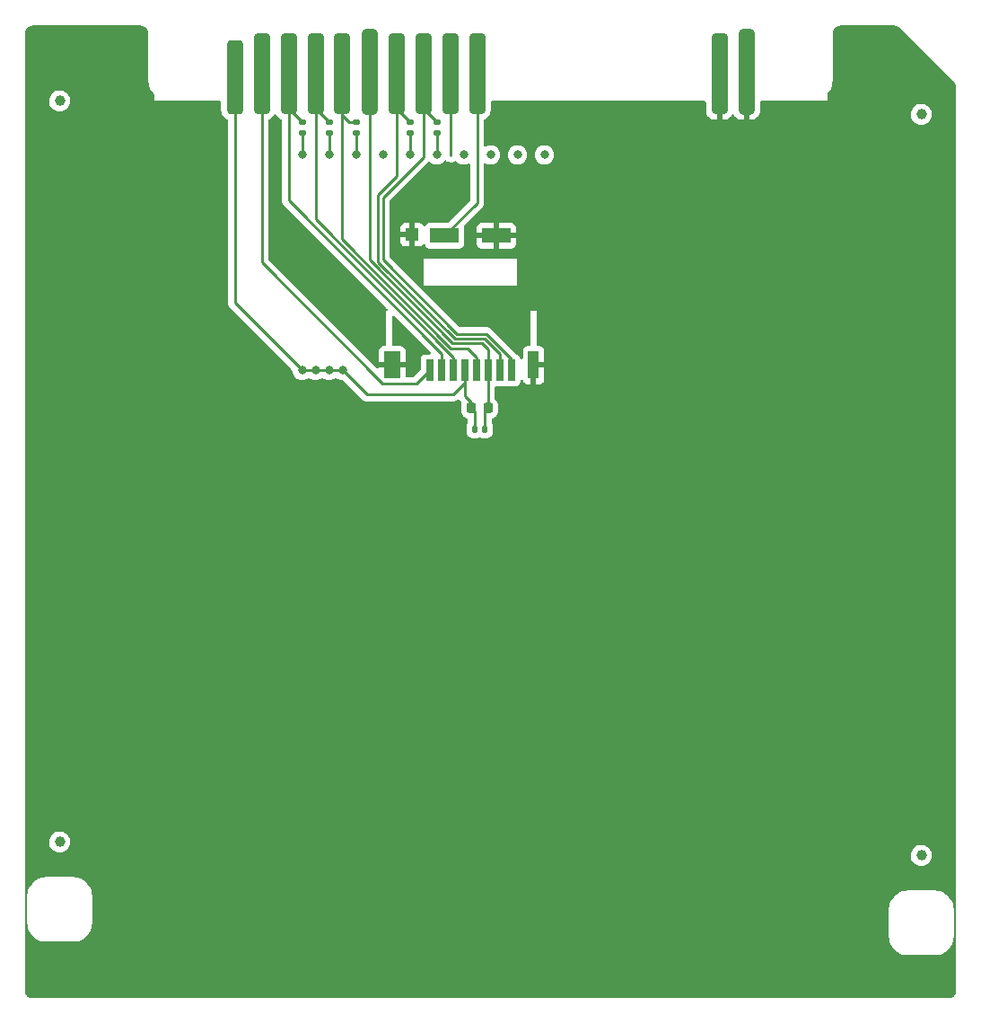
<source format=gbl>
%TF.GenerationSoftware,KiCad,Pcbnew,(6.0.5)*%
%TF.CreationDate,2022-10-23T19:39:55-05:00*%
%TF.ProjectId,floppy-console,666c6f70-7079-42d6-936f-6e736f6c652e,rev?*%
%TF.SameCoordinates,Original*%
%TF.FileFunction,Copper,L2,Bot*%
%TF.FilePolarity,Positive*%
%FSLAX46Y46*%
G04 Gerber Fmt 4.6, Leading zero omitted, Abs format (unit mm)*
G04 Created by KiCad (PCBNEW (6.0.5)) date 2022-10-23 19:39:55*
%MOMM*%
%LPD*%
G01*
G04 APERTURE LIST*
G04 Aperture macros list*
%AMRoundRect*
0 Rectangle with rounded corners*
0 $1 Rounding radius*
0 $2 $3 $4 $5 $6 $7 $8 $9 X,Y pos of 4 corners*
0 Add a 4 corners polygon primitive as box body*
4,1,4,$2,$3,$4,$5,$6,$7,$8,$9,$2,$3,0*
0 Add four circle primitives for the rounded corners*
1,1,$1+$1,$2,$3*
1,1,$1+$1,$4,$5*
1,1,$1+$1,$6,$7*
1,1,$1+$1,$8,$9*
0 Add four rect primitives between the rounded corners*
20,1,$1+$1,$2,$3,$4,$5,0*
20,1,$1+$1,$4,$5,$6,$7,0*
20,1,$1+$1,$6,$7,$8,$9,0*
20,1,$1+$1,$8,$9,$2,$3,0*%
G04 Aperture macros list end*
%TA.AperFunction,SMDPad,CuDef*%
%ADD10R,0.700000X2.000000*%
%TD*%
%TA.AperFunction,SMDPad,CuDef*%
%ADD11R,2.700000X1.400000*%
%TD*%
%TA.AperFunction,SMDPad,CuDef*%
%ADD12R,1.000000X2.600000*%
%TD*%
%TA.AperFunction,SMDPad,CuDef*%
%ADD13R,1.500000X2.600000*%
%TD*%
%TA.AperFunction,SMDPad,CuDef*%
%ADD14R,1.200000X1.200000*%
%TD*%
%TA.AperFunction,SMDPad,CuDef*%
%ADD15C,1.000000*%
%TD*%
%TA.AperFunction,ConnectorPad*%
%ADD16RoundRect,0.381000X-0.381000X-3.111500X0.381000X-3.111500X0.381000X3.111500X-0.381000X3.111500X0*%
%TD*%
%TA.AperFunction,ConnectorPad*%
%ADD17RoundRect,0.381000X-0.381000X-3.429000X0.381000X-3.429000X0.381000X3.429000X-0.381000X3.429000X0*%
%TD*%
%TA.AperFunction,ConnectorPad*%
%ADD18RoundRect,0.385000X-0.385000X-3.640000X0.385000X-3.640000X0.385000X3.640000X-0.385000X3.640000X0*%
%TD*%
%TA.AperFunction,SMDPad,CuDef*%
%ADD19RoundRect,0.225000X0.225000X0.250000X-0.225000X0.250000X-0.225000X-0.250000X0.225000X-0.250000X0*%
%TD*%
%TA.AperFunction,SMDPad,CuDef*%
%ADD20RoundRect,0.135000X0.185000X-0.135000X0.185000X0.135000X-0.185000X0.135000X-0.185000X-0.135000X0*%
%TD*%
%TA.AperFunction,SMDPad,CuDef*%
%ADD21RoundRect,0.140000X0.140000X0.170000X-0.140000X0.170000X-0.140000X-0.170000X0.140000X-0.170000X0*%
%TD*%
%TA.AperFunction,ViaPad*%
%ADD22C,0.800000*%
%TD*%
%TA.AperFunction,Conductor*%
%ADD23C,0.250000*%
%TD*%
G04 APERTURE END LIST*
D10*
%TO.P,J1,1,DAT2*%
%TO.N,Net-(R2-Pad2)*%
X137770000Y-83820000D03*
%TO.P,J1,2,CD/DAT3*%
%TO.N,Net-(R3-Pad2)*%
X138870000Y-83820000D03*
%TO.P,J1,3,CMD*%
%TO.N,Net-(R4-Pad2)*%
X139970000Y-83820000D03*
%TO.P,J1,4,VDD*%
%TO.N,+3V3*%
X141070000Y-83820000D03*
%TO.P,J1,5,CLK*%
%TO.N,Net-(R5-Pad2)*%
X142170000Y-83820000D03*
%TO.P,J1,6,VSS*%
%TO.N,Net-(C1-Pad1)*%
X143270000Y-83820000D03*
%TO.P,J1,7,DAT0*%
%TO.N,Net-(R6-Pad2)*%
X144370000Y-83820000D03*
%TO.P,J1,8,DAT1*%
%TO.N,Net-(R7-Pad2)*%
X145470000Y-83820000D03*
D11*
%TO.P,J1,9,CD_SW*%
%TO.N,Net-(J1-Pad9)*%
X139170000Y-71120000D03*
D12*
%TO.P,J1,S1,GND*%
%TO.N,GND*%
X147570000Y-83320000D03*
D13*
%TO.P,J1,S2,GND*%
X134220000Y-83320000D03*
D11*
%TO.P,J1,S3,GND*%
X144070000Y-71120000D03*
D14*
%TO.P,J1,S5,GND*%
X136120000Y-71020000D03*
%TD*%
D15*
%TO.P,REF\u002A\u002A,*%
%TO.N,*%
X184150000Y-59690000D03*
%TD*%
%TO.P,,*%
%TO.N,*%
X102870000Y-128270000D03*
%TD*%
D16*
%TO.P,U1,1,VDD*%
%TO.N,+3V3*%
X119380000Y-56197500D03*
D17*
%TO.P,U1,2,DAT2*%
%TO.N,Net-(R2-Pad2)*%
X121920000Y-55880000D03*
%TO.P,U1,3,DAT3/CD*%
%TO.N,Net-(R3-Pad2)*%
X124460000Y-55880000D03*
%TO.P,U1,4,CMD*%
%TO.N,Net-(R4-Pad2)*%
X127000000Y-55880000D03*
%TO.P,U1,5,CLK*%
%TO.N,Net-(R5-Pad2)*%
X129476500Y-55880000D03*
D18*
%TO.P,U1,6,VSS*%
%TO.N,Net-(C1-Pad1)*%
X132080000Y-55676800D03*
D17*
%TO.P,U1,7,DAT0*%
%TO.N,Net-(R6-Pad2)*%
X134620000Y-55880000D03*
%TO.P,U1,8,DAT1*%
%TO.N,Net-(R7-Pad2)*%
X137160000Y-55880000D03*
%TO.P,U1,9,DET_B*%
%TO.N,unconnected-(U1-Pad9)*%
X139774080Y-55880000D03*
%TO.P,U1,10,DET_A*%
%TO.N,Net-(J1-Pad9)*%
X142240000Y-55880000D03*
%TO.P,U1,19,FLOP_DET*%
%TO.N,GND*%
X165100000Y-55880000D03*
D18*
%TO.P,U1,20,GND*%
X167640000Y-55665000D03*
%TD*%
D15*
%TO.P,,*%
%TO.N,*%
X102870000Y-58420000D03*
%TD*%
%TO.P,,*%
%TO.N,*%
X184150000Y-129540000D03*
%TD*%
D19*
%TO.P,C1,2*%
%TO.N,+3V3*%
X141719000Y-87376000D03*
%TO.P,C1,1*%
%TO.N,Net-(C1-Pad1)*%
X143269000Y-87376000D03*
%TD*%
D20*
%TO.P,R4,1*%
%TO.N,+3V3*%
X128270000Y-61470000D03*
%TO.P,R4,2*%
%TO.N,Net-(R4-Pad2)*%
X128270000Y-60450000D03*
%TD*%
%TO.P,R7,1*%
%TO.N,+3V3*%
X138430000Y-61470000D03*
%TO.P,R7,2*%
%TO.N,Net-(R7-Pad2)*%
X138430000Y-60450000D03*
%TD*%
D21*
%TO.P,C2,1*%
%TO.N,Net-(C1-Pad1)*%
X142974000Y-89376000D03*
%TO.P,C2,2*%
%TO.N,+3V3*%
X142014000Y-89376000D03*
%TD*%
D20*
%TO.P,R3,1*%
%TO.N,+3V3*%
X125730000Y-61470000D03*
%TO.P,R3,2*%
%TO.N,Net-(R3-Pad2)*%
X125730000Y-60450000D03*
%TD*%
%TO.P,R6,1*%
%TO.N,+3V3*%
X135890000Y-61470000D03*
%TO.P,R6,2*%
%TO.N,Net-(R6-Pad2)*%
X135890000Y-60450000D03*
%TD*%
%TO.P,R5,1*%
%TO.N,+3V3*%
X130810000Y-61470000D03*
%TO.P,R5,2*%
%TO.N,Net-(R5-Pad2)*%
X130810000Y-60450000D03*
%TD*%
D22*
%TO.N,+3V3*%
X135890000Y-63500000D03*
X128270000Y-63500000D03*
X140970000Y-63500000D03*
X138430000Y-63500000D03*
X133350000Y-63500000D03*
X130810000Y-63500000D03*
X143510000Y-63500000D03*
X148590000Y-63500000D03*
X125730000Y-63500000D03*
X128270000Y-83820000D03*
X125730000Y-83820000D03*
X127000000Y-83820000D03*
X129540000Y-83820000D03*
X146050000Y-63500000D03*
%TD*%
D23*
%TO.N,Net-(J1-Pad9)*%
X142240000Y-68050000D02*
X142240000Y-55880000D01*
X139170000Y-71120000D02*
X142240000Y-68050000D01*
%TO.N,Net-(R7-Pad2)*%
X137160000Y-63754000D02*
X137160000Y-61976000D01*
X133356097Y-67557903D02*
X137160000Y-63754000D01*
X133356097Y-73409225D02*
X133356097Y-67557903D01*
X140322453Y-80375581D02*
X133356097Y-73409225D01*
X143115015Y-80375581D02*
X140322453Y-80375581D01*
X145470000Y-82730564D02*
X143115015Y-80375581D01*
X145470000Y-83820000D02*
X145470000Y-82730564D01*
X137160000Y-55880000D02*
X137160000Y-61976000D01*
%TO.N,Net-(R6-Pad2)*%
X134620000Y-65532000D02*
X134620000Y-55880000D01*
X132906577Y-67245423D02*
X134620000Y-65532000D01*
X132906577Y-73595423D02*
X132906577Y-67245423D01*
X140136255Y-80825101D02*
X132906577Y-73595423D01*
X142928818Y-80825101D02*
X140136255Y-80825101D01*
X144370000Y-82266282D02*
X142928818Y-80825101D01*
X144370000Y-83820000D02*
X144370000Y-82266282D01*
%TO.N,Net-(C1-Pad1)*%
X139950057Y-81274621D02*
X132080000Y-73404564D01*
X142742621Y-81274621D02*
X139950057Y-81274621D01*
X143270000Y-81802000D02*
X142742621Y-81274621D01*
X132080000Y-73404564D02*
X132080000Y-55676800D01*
X143270000Y-83820000D02*
X143270000Y-81802000D01*
%TO.N,+3V3*%
X141070000Y-86206000D02*
X141070000Y-83820000D01*
X141719000Y-86855000D02*
X141070000Y-86206000D01*
X141719000Y-87376000D02*
X141719000Y-86855000D01*
%TO.N,Net-(C1-Pad1)*%
X143270000Y-87375000D02*
X143269000Y-87376000D01*
X143270000Y-83820000D02*
X143270000Y-87375000D01*
%TO.N,Net-(R5-Pad2)*%
X129476500Y-71436782D02*
X129476500Y-55880000D01*
X141324141Y-81724141D02*
X139763859Y-81724141D01*
X142170000Y-83820000D02*
X142170000Y-82570000D01*
X142170000Y-82570000D02*
X141324141Y-81724141D01*
X139763859Y-81724141D02*
X129476500Y-71436782D01*
%TO.N,Net-(R4-Pad2)*%
X127000000Y-69596000D02*
X127000000Y-55880000D01*
X139970000Y-82566000D02*
X127000000Y-69596000D01*
X139970000Y-83820000D02*
X139970000Y-82566000D01*
%TO.N,Net-(R3-Pad2)*%
X124460000Y-67818000D02*
X124460000Y-55880000D01*
X138870000Y-82228000D02*
X124460000Y-67818000D01*
X138870000Y-83820000D02*
X138870000Y-82228000D01*
%TO.N,+3V3*%
X131826000Y-86106000D02*
X129540000Y-83820000D01*
X139954000Y-86106000D02*
X131826000Y-86106000D01*
X141070000Y-84990000D02*
X139954000Y-86106000D01*
X141070000Y-83820000D02*
X141070000Y-84990000D01*
%TO.N,Net-(R2-Pad2)*%
X133330000Y-85070000D02*
X121920000Y-73660000D01*
X136520000Y-85070000D02*
X133330000Y-85070000D01*
X137770000Y-83820000D02*
X136520000Y-85070000D01*
X121920000Y-73660000D02*
X121920000Y-55880000D01*
%TO.N,Net-(R5-Pad2)*%
X130810000Y-60450000D02*
X130173000Y-60450000D01*
X130173000Y-60450000D02*
X129476500Y-59753500D01*
X129476500Y-55880000D02*
X129476500Y-59753500D01*
%TO.N,Net-(R6-Pad2)*%
X135890000Y-60450000D02*
X134620000Y-59180000D01*
X134620000Y-59180000D02*
X134620000Y-55880000D01*
%TO.N,Net-(R7-Pad2)*%
X137160000Y-59180000D02*
X137160000Y-55880000D01*
X138430000Y-60450000D02*
X137160000Y-59180000D01*
%TO.N,unconnected-(U1-Pad9)*%
X139774080Y-59254080D02*
X139774080Y-55880000D01*
X139774080Y-55880000D02*
X139774080Y-63574080D01*
%TO.N,Net-(C1-Pad1)*%
X142974000Y-89376000D02*
X142974000Y-87671000D01*
X142974000Y-87671000D02*
X143269000Y-87376000D01*
%TO.N,Net-(R3-Pad2)*%
X124460000Y-59180000D02*
X124460000Y-55880000D01*
X125730000Y-60450000D02*
X124460000Y-59180000D01*
%TO.N,Net-(R4-Pad2)*%
X128270000Y-60450000D02*
X127000000Y-59180000D01*
X127000000Y-59180000D02*
X127000000Y-55880000D01*
%TO.N,+3V3*%
X129540000Y-83820000D02*
X128270000Y-83820000D01*
X125730000Y-61470000D02*
X125730000Y-63500000D01*
X142014000Y-89376000D02*
X142014000Y-87671000D01*
X130810000Y-61470000D02*
X130810000Y-63500000D01*
X138430000Y-61470000D02*
X138430000Y-63500000D01*
X128270000Y-83820000D02*
X127000000Y-83820000D01*
X142014000Y-87671000D02*
X141719000Y-87376000D01*
X135890000Y-61470000D02*
X135890000Y-63500000D01*
X119380000Y-71120000D02*
X119380000Y-58545020D01*
X119380000Y-71120000D02*
X119380000Y-77470000D01*
X128270000Y-61470000D02*
X128270000Y-63500000D01*
X125730000Y-83820000D02*
X119380000Y-77470000D01*
X125730000Y-83820000D02*
X127000000Y-83820000D01*
%TD*%
%TA.AperFunction,Conductor*%
%TO.N,GND*%
G36*
X110460018Y-51310000D02*
G01*
X110474852Y-51312310D01*
X110474855Y-51312310D01*
X110483724Y-51313691D01*
X110493659Y-51312392D01*
X110494746Y-51312250D01*
X110523431Y-51311793D01*
X110596741Y-51319013D01*
X110626212Y-51321916D01*
X110650432Y-51326733D01*
X110769546Y-51362866D01*
X110792355Y-51372315D01*
X110902124Y-51430987D01*
X110922655Y-51444705D01*
X111018876Y-51523671D01*
X111036329Y-51541124D01*
X111115295Y-51637345D01*
X111129013Y-51657876D01*
X111187685Y-51767645D01*
X111197134Y-51790454D01*
X111233267Y-51909568D01*
X111238084Y-51933789D01*
X111247541Y-52029809D01*
X111247091Y-52045868D01*
X111247800Y-52045877D01*
X111247690Y-52054853D01*
X111246309Y-52063724D01*
X111247473Y-52072626D01*
X111247473Y-52072628D01*
X111250436Y-52095283D01*
X111251500Y-52111621D01*
X111251500Y-56480633D01*
X111250000Y-56500018D01*
X111247690Y-56514851D01*
X111247690Y-56514855D01*
X111246309Y-56523724D01*
X111247130Y-56530000D01*
X111246957Y-56530000D01*
X111265106Y-56783753D01*
X111266062Y-56788147D01*
X111312461Y-57001439D01*
X111319183Y-57032341D01*
X111320755Y-57036556D01*
X111320756Y-57036559D01*
X111367749Y-57162552D01*
X111408087Y-57270703D01*
X111410244Y-57274653D01*
X111497906Y-57435193D01*
X111530009Y-57493986D01*
X111532706Y-57497589D01*
X111532710Y-57497595D01*
X111597096Y-57583604D01*
X111682466Y-57697645D01*
X111723095Y-57738274D01*
X111757121Y-57800586D01*
X111760000Y-57827369D01*
X111760000Y-58420000D01*
X117983500Y-58420000D01*
X118051621Y-58440002D01*
X118098114Y-58493658D01*
X118109500Y-58546000D01*
X118109500Y-59371258D01*
X118109693Y-59373706D01*
X118109693Y-59373714D01*
X118112592Y-59410541D01*
X118115612Y-59448915D01*
X118117105Y-59454488D01*
X118117106Y-59454492D01*
X118129531Y-59500862D01*
X118164006Y-59629524D01*
X118248893Y-59796125D01*
X118253046Y-59801254D01*
X118253047Y-59801255D01*
X118261138Y-59811246D01*
X118366564Y-59941436D01*
X118371690Y-59945587D01*
X118505449Y-60053903D01*
X118511875Y-60059107D01*
X118517752Y-60062102D01*
X118517759Y-60062106D01*
X118677702Y-60143600D01*
X118729318Y-60192348D01*
X118746500Y-60255867D01*
X118746500Y-77391233D01*
X118745973Y-77402416D01*
X118744298Y-77409909D01*
X118744547Y-77417835D01*
X118744547Y-77417836D01*
X118746438Y-77477986D01*
X118746500Y-77481945D01*
X118746500Y-77509856D01*
X118746997Y-77513790D01*
X118746997Y-77513791D01*
X118747005Y-77513856D01*
X118747938Y-77525693D01*
X118749327Y-77569889D01*
X118754978Y-77589339D01*
X118758987Y-77608700D01*
X118761526Y-77628797D01*
X118764445Y-77636168D01*
X118764445Y-77636170D01*
X118777804Y-77669912D01*
X118781649Y-77681142D01*
X118793982Y-77723593D01*
X118798015Y-77730412D01*
X118798017Y-77730417D01*
X118804293Y-77741028D01*
X118812988Y-77758776D01*
X118820448Y-77777617D01*
X118825110Y-77784033D01*
X118825110Y-77784034D01*
X118846436Y-77813387D01*
X118852952Y-77823307D01*
X118875458Y-77861362D01*
X118889779Y-77875683D01*
X118902619Y-77890716D01*
X118914528Y-77907107D01*
X118920634Y-77912158D01*
X118948605Y-77935298D01*
X118957384Y-77943288D01*
X124782878Y-83768783D01*
X124816904Y-83831095D01*
X124819093Y-83844706D01*
X124836458Y-84009928D01*
X124895473Y-84191556D01*
X124990960Y-84356944D01*
X124995378Y-84361851D01*
X124995379Y-84361852D01*
X125060000Y-84433621D01*
X125118747Y-84498866D01*
X125273248Y-84611118D01*
X125279276Y-84613802D01*
X125279278Y-84613803D01*
X125405012Y-84669783D01*
X125447712Y-84688794D01*
X125541113Y-84708647D01*
X125628056Y-84727128D01*
X125628061Y-84727128D01*
X125634513Y-84728500D01*
X125825487Y-84728500D01*
X125831939Y-84727128D01*
X125831944Y-84727128D01*
X125918887Y-84708647D01*
X126012288Y-84688794D01*
X126054988Y-84669783D01*
X126180722Y-84613803D01*
X126180724Y-84613802D01*
X126186752Y-84611118D01*
X126290940Y-84535421D01*
X126357806Y-84511563D01*
X126426958Y-84527643D01*
X126439056Y-84535418D01*
X126543248Y-84611118D01*
X126549276Y-84613802D01*
X126549278Y-84613803D01*
X126675012Y-84669783D01*
X126717712Y-84688794D01*
X126811113Y-84708647D01*
X126898056Y-84727128D01*
X126898061Y-84727128D01*
X126904513Y-84728500D01*
X127095487Y-84728500D01*
X127101939Y-84727128D01*
X127101944Y-84727128D01*
X127188887Y-84708647D01*
X127282288Y-84688794D01*
X127324988Y-84669783D01*
X127450722Y-84613803D01*
X127450724Y-84613802D01*
X127456752Y-84611118D01*
X127560940Y-84535421D01*
X127627806Y-84511563D01*
X127696958Y-84527643D01*
X127709056Y-84535418D01*
X127813248Y-84611118D01*
X127819276Y-84613802D01*
X127819278Y-84613803D01*
X127945012Y-84669783D01*
X127987712Y-84688794D01*
X128081113Y-84708647D01*
X128168056Y-84727128D01*
X128168061Y-84727128D01*
X128174513Y-84728500D01*
X128365487Y-84728500D01*
X128371939Y-84727128D01*
X128371944Y-84727128D01*
X128458887Y-84708647D01*
X128552288Y-84688794D01*
X128594988Y-84669783D01*
X128720722Y-84613803D01*
X128720724Y-84613802D01*
X128726752Y-84611118D01*
X128830940Y-84535421D01*
X128897806Y-84511563D01*
X128966958Y-84527643D01*
X128979056Y-84535418D01*
X129083248Y-84611118D01*
X129089276Y-84613802D01*
X129089278Y-84613803D01*
X129215012Y-84669783D01*
X129257712Y-84688794D01*
X129351113Y-84708647D01*
X129438056Y-84727128D01*
X129438061Y-84727128D01*
X129444513Y-84728500D01*
X129500406Y-84728500D01*
X129568527Y-84748502D01*
X129589501Y-84765405D01*
X131322343Y-86498247D01*
X131329887Y-86506537D01*
X131334000Y-86513018D01*
X131339777Y-86518443D01*
X131383667Y-86559658D01*
X131386509Y-86562413D01*
X131406230Y-86582134D01*
X131409425Y-86584612D01*
X131418447Y-86592318D01*
X131450679Y-86622586D01*
X131461858Y-86628732D01*
X131468432Y-86632346D01*
X131484956Y-86643199D01*
X131500959Y-86655613D01*
X131541543Y-86673176D01*
X131552173Y-86678383D01*
X131590940Y-86699695D01*
X131598617Y-86701666D01*
X131598622Y-86701668D01*
X131610558Y-86704732D01*
X131629266Y-86711137D01*
X131647855Y-86719181D01*
X131655683Y-86720421D01*
X131655690Y-86720423D01*
X131691524Y-86726099D01*
X131703144Y-86728505D01*
X131734959Y-86736673D01*
X131745970Y-86739500D01*
X131766224Y-86739500D01*
X131785934Y-86741051D01*
X131805943Y-86744220D01*
X131813835Y-86743474D01*
X131832580Y-86741702D01*
X131849962Y-86740059D01*
X131861819Y-86739500D01*
X139875233Y-86739500D01*
X139886416Y-86740027D01*
X139893909Y-86741702D01*
X139901835Y-86741453D01*
X139901836Y-86741453D01*
X139961986Y-86739562D01*
X139965945Y-86739500D01*
X139993856Y-86739500D01*
X139997791Y-86739003D01*
X139997856Y-86738995D01*
X140009693Y-86738062D01*
X140041951Y-86737048D01*
X140045970Y-86736922D01*
X140053889Y-86736673D01*
X140073343Y-86731021D01*
X140092700Y-86727013D01*
X140104930Y-86725468D01*
X140104931Y-86725468D01*
X140112797Y-86724474D01*
X140120168Y-86721555D01*
X140120170Y-86721555D01*
X140153912Y-86708196D01*
X140165142Y-86704351D01*
X140199983Y-86694229D01*
X140199984Y-86694229D01*
X140207593Y-86692018D01*
X140214412Y-86687985D01*
X140214417Y-86687983D01*
X140225028Y-86681707D01*
X140242776Y-86673012D01*
X140261617Y-86665552D01*
X140281987Y-86650753D01*
X140297387Y-86639564D01*
X140307307Y-86633048D01*
X140338535Y-86614580D01*
X140338538Y-86614578D01*
X140345362Y-86610542D01*
X140359683Y-86596221D01*
X140374717Y-86583380D01*
X140391107Y-86571472D01*
X140393044Y-86574138D01*
X140442903Y-86548921D01*
X140513524Y-86556217D01*
X140563653Y-86594310D01*
X140565458Y-86597362D01*
X140579779Y-86611683D01*
X140592619Y-86626716D01*
X140604528Y-86643107D01*
X140631659Y-86665552D01*
X140638605Y-86671298D01*
X140647384Y-86679288D01*
X140759089Y-86790993D01*
X140793115Y-86853305D01*
X140789587Y-86919755D01*
X140770851Y-86976243D01*
X140760500Y-87077268D01*
X140760500Y-87674732D01*
X140771113Y-87777019D01*
X140773295Y-87783559D01*
X140822537Y-87931153D01*
X140825244Y-87939268D01*
X140915248Y-88084713D01*
X141036298Y-88205552D01*
X141181899Y-88295302D01*
X141277281Y-88326939D01*
X141294168Y-88332540D01*
X141352527Y-88372971D01*
X141379764Y-88438535D01*
X141380500Y-88452133D01*
X141380500Y-88734217D01*
X141360498Y-88802338D01*
X141360384Y-88802499D01*
X141357512Y-88805371D01*
X141274106Y-88946403D01*
X141228394Y-89103746D01*
X141225500Y-89140516D01*
X141225500Y-89611484D01*
X141228394Y-89648254D01*
X141274106Y-89805597D01*
X141357512Y-89946629D01*
X141473371Y-90062488D01*
X141614403Y-90145894D01*
X141622014Y-90148105D01*
X141622016Y-90148106D01*
X141672995Y-90162916D01*
X141771746Y-90191606D01*
X141778151Y-90192110D01*
X141778156Y-90192111D01*
X141806060Y-90194307D01*
X141806068Y-90194307D01*
X141808516Y-90194500D01*
X142219484Y-90194500D01*
X142221932Y-90194307D01*
X142221940Y-90194307D01*
X142249844Y-90192111D01*
X142249849Y-90192110D01*
X142256254Y-90191606D01*
X142355005Y-90162916D01*
X142405984Y-90148106D01*
X142405986Y-90148105D01*
X142413597Y-90145894D01*
X142420422Y-90141858D01*
X142429863Y-90136275D01*
X142498680Y-90118817D01*
X142558137Y-90136275D01*
X142567578Y-90141858D01*
X142574403Y-90145894D01*
X142582014Y-90148105D01*
X142582016Y-90148106D01*
X142632995Y-90162916D01*
X142731746Y-90191606D01*
X142738151Y-90192110D01*
X142738156Y-90192111D01*
X142766060Y-90194307D01*
X142766068Y-90194307D01*
X142768516Y-90194500D01*
X143179484Y-90194500D01*
X143181932Y-90194307D01*
X143181940Y-90194307D01*
X143209844Y-90192111D01*
X143209849Y-90192110D01*
X143216254Y-90191606D01*
X143315005Y-90162916D01*
X143365984Y-90148106D01*
X143365986Y-90148105D01*
X143373597Y-90145894D01*
X143514629Y-90062488D01*
X143630488Y-89946629D01*
X143713894Y-89805597D01*
X143759606Y-89648254D01*
X143762500Y-89611484D01*
X143762500Y-89140516D01*
X143759606Y-89103746D01*
X143713894Y-88946403D01*
X143630488Y-88805371D01*
X143631356Y-88804857D01*
X143607994Y-88745365D01*
X143607500Y-88734217D01*
X143607500Y-88452194D01*
X143627502Y-88384073D01*
X143681158Y-88337580D01*
X143693608Y-88332676D01*
X143807268Y-88294756D01*
X143952713Y-88204752D01*
X144073552Y-88083702D01*
X144077393Y-88077471D01*
X144159462Y-87944331D01*
X144159463Y-87944329D01*
X144163302Y-87938101D01*
X144217149Y-87775757D01*
X144227500Y-87674732D01*
X144227500Y-87077268D01*
X144216887Y-86974981D01*
X144198462Y-86919755D01*
X144165073Y-86819676D01*
X144165072Y-86819674D01*
X144162756Y-86812732D01*
X144118399Y-86741051D01*
X144076606Y-86673515D01*
X144072752Y-86667287D01*
X144041484Y-86636073D01*
X143960323Y-86555054D01*
X143951702Y-86546448D01*
X143950112Y-86545468D01*
X143910345Y-86489379D01*
X143903500Y-86448414D01*
X143903500Y-85454500D01*
X143923502Y-85386379D01*
X143977158Y-85339886D01*
X144029500Y-85328500D01*
X144768134Y-85328500D01*
X144771531Y-85328131D01*
X144822466Y-85322598D01*
X144822468Y-85322598D01*
X144830316Y-85321745D01*
X144837709Y-85318973D01*
X144837711Y-85318973D01*
X144875771Y-85304705D01*
X144946578Y-85299522D01*
X144964229Y-85304705D01*
X145002289Y-85318973D01*
X145002291Y-85318973D01*
X145009684Y-85321745D01*
X145017532Y-85322598D01*
X145017534Y-85322598D01*
X145068469Y-85328131D01*
X145071866Y-85328500D01*
X145868134Y-85328500D01*
X145930316Y-85321745D01*
X146066705Y-85270615D01*
X146183261Y-85183261D01*
X146270615Y-85066705D01*
X146321745Y-84930316D01*
X146328500Y-84868134D01*
X146328500Y-84784397D01*
X146348502Y-84716276D01*
X146402158Y-84669783D01*
X146472432Y-84659679D01*
X146537012Y-84689173D01*
X146572482Y-84740167D01*
X146616676Y-84858054D01*
X146625214Y-84873649D01*
X146701715Y-84975724D01*
X146714276Y-84988285D01*
X146816351Y-85064786D01*
X146831946Y-85073324D01*
X146952394Y-85118478D01*
X146967649Y-85122105D01*
X147018514Y-85127631D01*
X147025328Y-85128000D01*
X147297885Y-85128000D01*
X147313124Y-85123525D01*
X147314329Y-85122135D01*
X147316000Y-85114452D01*
X147316000Y-85109884D01*
X147824000Y-85109884D01*
X147828475Y-85125123D01*
X147829865Y-85126328D01*
X147837548Y-85127999D01*
X148114669Y-85127999D01*
X148121490Y-85127629D01*
X148172352Y-85122105D01*
X148187604Y-85118479D01*
X148308054Y-85073324D01*
X148323649Y-85064786D01*
X148425724Y-84988285D01*
X148438285Y-84975724D01*
X148514786Y-84873649D01*
X148523324Y-84858054D01*
X148568478Y-84737606D01*
X148572105Y-84722351D01*
X148577631Y-84671486D01*
X148578000Y-84664672D01*
X148578000Y-83592115D01*
X148573525Y-83576876D01*
X148572135Y-83575671D01*
X148564452Y-83574000D01*
X147842115Y-83574000D01*
X147826876Y-83578475D01*
X147825671Y-83579865D01*
X147824000Y-83587548D01*
X147824000Y-85109884D01*
X147316000Y-85109884D01*
X147316000Y-83192000D01*
X147336002Y-83123879D01*
X147389658Y-83077386D01*
X147442000Y-83066000D01*
X148559884Y-83066000D01*
X148575123Y-83061525D01*
X148576328Y-83060135D01*
X148577999Y-83052452D01*
X148577999Y-81975331D01*
X148577629Y-81968510D01*
X148572105Y-81917648D01*
X148568479Y-81902396D01*
X148523324Y-81781946D01*
X148514786Y-81766351D01*
X148438285Y-81664276D01*
X148425724Y-81651715D01*
X148323649Y-81575214D01*
X148308054Y-81566676D01*
X148187606Y-81521522D01*
X148172351Y-81517895D01*
X148121486Y-81512369D01*
X148114672Y-81512000D01*
X148008390Y-81512000D01*
X147940269Y-81491998D01*
X147893776Y-81438342D01*
X147882390Y-81386000D01*
X147882390Y-78220000D01*
X147270000Y-78220000D01*
X147270000Y-81386001D01*
X147249998Y-81454122D01*
X147196342Y-81500615D01*
X147144000Y-81512001D01*
X147025331Y-81512001D01*
X147018510Y-81512371D01*
X146967648Y-81517895D01*
X146952396Y-81521521D01*
X146831946Y-81566676D01*
X146816351Y-81575214D01*
X146714276Y-81651715D01*
X146701715Y-81664276D01*
X146625214Y-81766351D01*
X146616676Y-81781946D01*
X146571522Y-81902394D01*
X146567895Y-81917649D01*
X146562369Y-81968514D01*
X146562000Y-81975328D01*
X146562000Y-82655513D01*
X146541998Y-82723634D01*
X146488342Y-82770127D01*
X146418068Y-82780231D01*
X146353488Y-82750737D01*
X146318018Y-82699742D01*
X146273768Y-82581705D01*
X146273767Y-82581703D01*
X146270615Y-82573295D01*
X146183261Y-82456739D01*
X146066705Y-82369385D01*
X146058296Y-82366233D01*
X146058295Y-82366232D01*
X145997615Y-82343484D01*
X145946609Y-82304662D01*
X145945558Y-82305649D01*
X145940131Y-82299870D01*
X145935472Y-82293457D01*
X145901399Y-82265269D01*
X145892633Y-82257292D01*
X143618665Y-79983327D01*
X143611127Y-79975043D01*
X143607015Y-79968563D01*
X143557347Y-79921922D01*
X143554506Y-79919168D01*
X143534784Y-79899446D01*
X143531660Y-79897023D01*
X143531656Y-79897019D01*
X143531591Y-79896969D01*
X143522570Y-79889264D01*
X143496115Y-79864422D01*
X143490336Y-79858995D01*
X143483388Y-79855176D01*
X143483386Y-79855174D01*
X143472583Y-79849235D01*
X143456056Y-79838379D01*
X143446317Y-79830824D01*
X143446315Y-79830823D01*
X143440055Y-79825967D01*
X143399475Y-79808407D01*
X143388827Y-79803190D01*
X143357024Y-79785706D01*
X143357022Y-79785705D01*
X143350075Y-79781886D01*
X143342399Y-79779915D01*
X143342396Y-79779914D01*
X143330453Y-79776848D01*
X143311749Y-79770444D01*
X143300435Y-79765548D01*
X143300434Y-79765548D01*
X143293160Y-79762400D01*
X143285337Y-79761161D01*
X143285327Y-79761158D01*
X143249491Y-79755482D01*
X143237871Y-79753076D01*
X143202726Y-79744053D01*
X143202725Y-79744053D01*
X143195045Y-79742081D01*
X143174791Y-79742081D01*
X143155080Y-79740530D01*
X143142901Y-79738601D01*
X143135072Y-79737361D01*
X143127180Y-79738107D01*
X143091054Y-79741522D01*
X143079196Y-79742081D01*
X140637047Y-79742081D01*
X140568926Y-79722079D01*
X140547952Y-79705176D01*
X136661827Y-75819050D01*
X137220000Y-75819050D01*
X146022920Y-75819050D01*
X146022920Y-73320000D01*
X137220000Y-73320000D01*
X137220000Y-75819050D01*
X136661827Y-75819050D01*
X134026502Y-73183725D01*
X133992476Y-73121413D01*
X133989597Y-73094630D01*
X133989597Y-71664669D01*
X135012001Y-71664669D01*
X135012371Y-71671490D01*
X135017895Y-71722352D01*
X135021521Y-71737604D01*
X135066676Y-71858054D01*
X135075214Y-71873649D01*
X135151715Y-71975724D01*
X135164276Y-71988285D01*
X135266351Y-72064786D01*
X135281946Y-72073324D01*
X135402394Y-72118478D01*
X135417649Y-72122105D01*
X135468514Y-72127631D01*
X135475328Y-72128000D01*
X135847885Y-72128000D01*
X135863124Y-72123525D01*
X135864329Y-72122135D01*
X135866000Y-72114452D01*
X135866000Y-71292115D01*
X135861525Y-71276876D01*
X135860135Y-71275671D01*
X135852452Y-71274000D01*
X135030116Y-71274000D01*
X135014877Y-71278475D01*
X135013672Y-71279865D01*
X135012001Y-71287548D01*
X135012001Y-71664669D01*
X133989597Y-71664669D01*
X133989597Y-70747885D01*
X135012000Y-70747885D01*
X135016475Y-70763124D01*
X135017865Y-70764329D01*
X135025548Y-70766000D01*
X135847885Y-70766000D01*
X135863124Y-70761525D01*
X135864329Y-70760135D01*
X135866000Y-70752452D01*
X135866000Y-69930116D01*
X135861525Y-69914877D01*
X135860135Y-69913672D01*
X135852452Y-69912001D01*
X135475331Y-69912001D01*
X135468510Y-69912371D01*
X135417648Y-69917895D01*
X135402396Y-69921521D01*
X135281946Y-69966676D01*
X135266351Y-69975214D01*
X135164276Y-70051715D01*
X135151715Y-70064276D01*
X135075214Y-70166351D01*
X135066676Y-70181946D01*
X135021522Y-70302394D01*
X135017895Y-70317649D01*
X135012369Y-70368514D01*
X135012000Y-70375328D01*
X135012000Y-70747885D01*
X133989597Y-70747885D01*
X133989597Y-67872497D01*
X134009599Y-67804376D01*
X134026502Y-67783402D01*
X137552247Y-64257657D01*
X137560537Y-64250113D01*
X137567018Y-64246000D01*
X137613659Y-64196332D01*
X137616413Y-64193491D01*
X137635924Y-64173980D01*
X137698236Y-64139954D01*
X137769051Y-64145019D01*
X137807791Y-64171349D01*
X137809420Y-64169540D01*
X137814332Y-64173963D01*
X137818747Y-64178866D01*
X137824228Y-64182848D01*
X137958034Y-64280064D01*
X137973248Y-64291118D01*
X137979276Y-64293802D01*
X137979278Y-64293803D01*
X138141681Y-64366109D01*
X138147712Y-64368794D01*
X138241113Y-64388647D01*
X138328056Y-64407128D01*
X138328061Y-64407128D01*
X138334513Y-64408500D01*
X138525487Y-64408500D01*
X138531939Y-64407128D01*
X138531944Y-64407128D01*
X138618887Y-64388647D01*
X138712288Y-64368794D01*
X138718319Y-64366109D01*
X138880722Y-64293803D01*
X138880724Y-64293802D01*
X138886752Y-64291118D01*
X138901967Y-64280064D01*
X139013739Y-64198856D01*
X139041253Y-64178866D01*
X139161062Y-64045804D01*
X139221507Y-64008566D01*
X139292491Y-64009918D01*
X139335012Y-64033031D01*
X139431936Y-64113213D01*
X139439103Y-64116586D01*
X139439107Y-64116588D01*
X139466167Y-64129321D01*
X139576762Y-64181363D01*
X139733986Y-64211355D01*
X139822480Y-64205788D01*
X139885818Y-64201803D01*
X139885820Y-64201803D01*
X139893730Y-64201305D01*
X139901266Y-64198856D01*
X139901268Y-64198856D01*
X140038413Y-64154295D01*
X140038416Y-64154294D01*
X140045955Y-64151844D01*
X140139621Y-64092402D01*
X140207855Y-64072789D01*
X140275860Y-64093180D01*
X140300771Y-64114477D01*
X140354159Y-64173770D01*
X140358747Y-64178866D01*
X140386261Y-64198856D01*
X140498034Y-64280064D01*
X140513248Y-64291118D01*
X140519276Y-64293802D01*
X140519278Y-64293803D01*
X140681681Y-64366109D01*
X140687712Y-64368794D01*
X140781113Y-64388647D01*
X140868056Y-64407128D01*
X140868061Y-64407128D01*
X140874513Y-64408500D01*
X141065487Y-64408500D01*
X141071939Y-64407128D01*
X141071944Y-64407128D01*
X141158887Y-64388647D01*
X141252288Y-64368794D01*
X141276656Y-64357945D01*
X141426752Y-64291118D01*
X141427677Y-64293196D01*
X141486488Y-64278924D01*
X141553581Y-64302141D01*
X141597472Y-64357945D01*
X141606500Y-64404782D01*
X141606500Y-67735406D01*
X141586498Y-67803527D01*
X141569595Y-67824501D01*
X139519500Y-69874595D01*
X139457188Y-69908621D01*
X139430405Y-69911500D01*
X137771866Y-69911500D01*
X137709684Y-69918255D01*
X137573295Y-69969385D01*
X137456739Y-70056739D01*
X137389486Y-70146475D01*
X137370513Y-70171790D01*
X137313653Y-70214304D01*
X137242835Y-70219329D01*
X137180542Y-70185270D01*
X137168861Y-70171789D01*
X137088285Y-70064276D01*
X137075724Y-70051715D01*
X136973649Y-69975214D01*
X136958054Y-69966676D01*
X136837606Y-69921522D01*
X136822351Y-69917895D01*
X136771486Y-69912369D01*
X136764672Y-69912000D01*
X136392115Y-69912000D01*
X136376876Y-69916475D01*
X136375671Y-69917865D01*
X136374000Y-69925548D01*
X136374000Y-72109884D01*
X136378475Y-72125123D01*
X136379865Y-72126328D01*
X136387548Y-72127999D01*
X136764669Y-72127999D01*
X136771490Y-72127629D01*
X136822352Y-72122105D01*
X136837604Y-72118479D01*
X136958054Y-72073324D01*
X136973649Y-72064786D01*
X137075724Y-71988285D01*
X137088284Y-71975725D01*
X137114901Y-71940209D01*
X137171760Y-71897693D01*
X137242578Y-71892667D01*
X137304872Y-71926726D01*
X137333710Y-71971543D01*
X137364236Y-72052970D01*
X137369385Y-72066705D01*
X137456739Y-72183261D01*
X137573295Y-72270615D01*
X137709684Y-72321745D01*
X137771866Y-72328500D01*
X140568134Y-72328500D01*
X140630316Y-72321745D01*
X140766705Y-72270615D01*
X140883261Y-72183261D01*
X140970615Y-72066705D01*
X141021745Y-71930316D01*
X141028500Y-71868134D01*
X141028500Y-71864669D01*
X142212001Y-71864669D01*
X142212371Y-71871490D01*
X142217895Y-71922352D01*
X142221521Y-71937604D01*
X142266676Y-72058054D01*
X142275214Y-72073649D01*
X142351715Y-72175724D01*
X142364276Y-72188285D01*
X142466351Y-72264786D01*
X142481946Y-72273324D01*
X142602394Y-72318478D01*
X142617649Y-72322105D01*
X142668514Y-72327631D01*
X142675328Y-72328000D01*
X143797885Y-72328000D01*
X143813124Y-72323525D01*
X143814329Y-72322135D01*
X143816000Y-72314452D01*
X143816000Y-72309884D01*
X144324000Y-72309884D01*
X144328475Y-72325123D01*
X144329865Y-72326328D01*
X144337548Y-72327999D01*
X145464669Y-72327999D01*
X145471490Y-72327629D01*
X145522352Y-72322105D01*
X145537604Y-72318479D01*
X145658054Y-72273324D01*
X145673649Y-72264786D01*
X145775724Y-72188285D01*
X145788285Y-72175724D01*
X145864786Y-72073649D01*
X145873324Y-72058054D01*
X145918478Y-71937606D01*
X145922105Y-71922351D01*
X145927631Y-71871486D01*
X145928000Y-71864672D01*
X145928000Y-71392115D01*
X145923525Y-71376876D01*
X145922135Y-71375671D01*
X145914452Y-71374000D01*
X144342115Y-71374000D01*
X144326876Y-71378475D01*
X144325671Y-71379865D01*
X144324000Y-71387548D01*
X144324000Y-72309884D01*
X143816000Y-72309884D01*
X143816000Y-71392115D01*
X143811525Y-71376876D01*
X143810135Y-71375671D01*
X143802452Y-71374000D01*
X142230116Y-71374000D01*
X142214877Y-71378475D01*
X142213672Y-71379865D01*
X142212001Y-71387548D01*
X142212001Y-71864669D01*
X141028500Y-71864669D01*
X141028500Y-70847885D01*
X142212000Y-70847885D01*
X142216475Y-70863124D01*
X142217865Y-70864329D01*
X142225548Y-70866000D01*
X143797885Y-70866000D01*
X143813124Y-70861525D01*
X143814329Y-70860135D01*
X143816000Y-70852452D01*
X143816000Y-70847885D01*
X144324000Y-70847885D01*
X144328475Y-70863124D01*
X144329865Y-70864329D01*
X144337548Y-70866000D01*
X145909884Y-70866000D01*
X145925123Y-70861525D01*
X145926328Y-70860135D01*
X145927999Y-70852452D01*
X145927999Y-70375331D01*
X145927629Y-70368510D01*
X145922105Y-70317648D01*
X145918479Y-70302396D01*
X145873324Y-70181946D01*
X145864786Y-70166351D01*
X145788285Y-70064276D01*
X145775724Y-70051715D01*
X145673649Y-69975214D01*
X145658054Y-69966676D01*
X145537606Y-69921522D01*
X145522351Y-69917895D01*
X145471486Y-69912369D01*
X145464672Y-69912000D01*
X144342115Y-69912000D01*
X144326876Y-69916475D01*
X144325671Y-69917865D01*
X144324000Y-69925548D01*
X144324000Y-70847885D01*
X143816000Y-70847885D01*
X143816000Y-69930116D01*
X143811525Y-69914877D01*
X143810135Y-69913672D01*
X143802452Y-69912001D01*
X142675331Y-69912001D01*
X142668510Y-69912371D01*
X142617648Y-69917895D01*
X142602396Y-69921521D01*
X142481946Y-69966676D01*
X142466351Y-69975214D01*
X142364276Y-70051715D01*
X142351715Y-70064276D01*
X142275214Y-70166351D01*
X142266676Y-70181946D01*
X142221522Y-70302394D01*
X142217895Y-70317649D01*
X142212369Y-70368514D01*
X142212000Y-70375328D01*
X142212000Y-70847885D01*
X141028500Y-70847885D01*
X141028500Y-70371866D01*
X141021745Y-70309684D01*
X141018973Y-70302289D01*
X141018971Y-70302282D01*
X141010542Y-70279799D01*
X141005359Y-70208992D01*
X141039429Y-70146475D01*
X142632247Y-68553657D01*
X142640537Y-68546113D01*
X142647018Y-68542000D01*
X142693659Y-68492332D01*
X142696413Y-68489491D01*
X142716135Y-68469769D01*
X142718612Y-68466576D01*
X142726317Y-68457555D01*
X142751159Y-68431100D01*
X142756586Y-68425321D01*
X142760407Y-68418371D01*
X142766346Y-68407568D01*
X142777202Y-68391041D01*
X142784757Y-68381302D01*
X142784758Y-68381300D01*
X142789614Y-68375040D01*
X142807174Y-68334460D01*
X142812391Y-68323812D01*
X142829875Y-68292009D01*
X142829876Y-68292007D01*
X142833695Y-68285060D01*
X142838733Y-68265437D01*
X142845137Y-68246734D01*
X142850033Y-68235420D01*
X142850033Y-68235419D01*
X142853181Y-68228145D01*
X142854420Y-68220322D01*
X142854423Y-68220312D01*
X142860099Y-68184476D01*
X142862505Y-68172856D01*
X142871528Y-68137711D01*
X142871528Y-68137710D01*
X142873500Y-68130030D01*
X142873500Y-68109776D01*
X142875051Y-68090065D01*
X142876980Y-68077886D01*
X142878220Y-68070057D01*
X142874059Y-68026038D01*
X142873500Y-68014181D01*
X142873500Y-64404782D01*
X142893502Y-64336661D01*
X142947158Y-64290168D01*
X143017432Y-64280064D01*
X143052730Y-64292282D01*
X143053248Y-64291118D01*
X143203345Y-64357945D01*
X143227712Y-64368794D01*
X143321113Y-64388647D01*
X143408056Y-64407128D01*
X143408061Y-64407128D01*
X143414513Y-64408500D01*
X143605487Y-64408500D01*
X143611939Y-64407128D01*
X143611944Y-64407128D01*
X143698887Y-64388647D01*
X143792288Y-64368794D01*
X143798319Y-64366109D01*
X143960722Y-64293803D01*
X143960724Y-64293802D01*
X143966752Y-64291118D01*
X143981967Y-64280064D01*
X144093739Y-64198856D01*
X144121253Y-64178866D01*
X144125675Y-64173955D01*
X144244621Y-64041852D01*
X144244622Y-64041851D01*
X144249040Y-64036944D01*
X144344527Y-63871556D01*
X144403542Y-63689928D01*
X144423504Y-63500000D01*
X145136496Y-63500000D01*
X145156458Y-63689928D01*
X145215473Y-63871556D01*
X145310960Y-64036944D01*
X145315378Y-64041851D01*
X145315379Y-64041852D01*
X145434325Y-64173955D01*
X145438747Y-64178866D01*
X145466261Y-64198856D01*
X145578034Y-64280064D01*
X145593248Y-64291118D01*
X145599276Y-64293802D01*
X145599278Y-64293803D01*
X145761681Y-64366109D01*
X145767712Y-64368794D01*
X145861113Y-64388647D01*
X145948056Y-64407128D01*
X145948061Y-64407128D01*
X145954513Y-64408500D01*
X146145487Y-64408500D01*
X146151939Y-64407128D01*
X146151944Y-64407128D01*
X146238887Y-64388647D01*
X146332288Y-64368794D01*
X146338319Y-64366109D01*
X146500722Y-64293803D01*
X146500724Y-64293802D01*
X146506752Y-64291118D01*
X146521967Y-64280064D01*
X146633739Y-64198856D01*
X146661253Y-64178866D01*
X146665675Y-64173955D01*
X146784621Y-64041852D01*
X146784622Y-64041851D01*
X146789040Y-64036944D01*
X146884527Y-63871556D01*
X146943542Y-63689928D01*
X146963504Y-63500000D01*
X147676496Y-63500000D01*
X147696458Y-63689928D01*
X147755473Y-63871556D01*
X147850960Y-64036944D01*
X147855378Y-64041851D01*
X147855379Y-64041852D01*
X147974325Y-64173955D01*
X147978747Y-64178866D01*
X148006261Y-64198856D01*
X148118034Y-64280064D01*
X148133248Y-64291118D01*
X148139276Y-64293802D01*
X148139278Y-64293803D01*
X148301681Y-64366109D01*
X148307712Y-64368794D01*
X148401113Y-64388647D01*
X148488056Y-64407128D01*
X148488061Y-64407128D01*
X148494513Y-64408500D01*
X148685487Y-64408500D01*
X148691939Y-64407128D01*
X148691944Y-64407128D01*
X148778887Y-64388647D01*
X148872288Y-64368794D01*
X148878319Y-64366109D01*
X149040722Y-64293803D01*
X149040724Y-64293802D01*
X149046752Y-64291118D01*
X149061967Y-64280064D01*
X149173739Y-64198856D01*
X149201253Y-64178866D01*
X149205675Y-64173955D01*
X149324621Y-64041852D01*
X149324622Y-64041851D01*
X149329040Y-64036944D01*
X149424527Y-63871556D01*
X149483542Y-63689928D01*
X149503504Y-63500000D01*
X149483542Y-63310072D01*
X149424527Y-63128444D01*
X149329040Y-62963056D01*
X149201253Y-62821134D01*
X149063536Y-62721076D01*
X149052094Y-62712763D01*
X149052093Y-62712762D01*
X149046752Y-62708882D01*
X149040724Y-62706198D01*
X149040722Y-62706197D01*
X148878319Y-62633891D01*
X148878318Y-62633891D01*
X148872288Y-62631206D01*
X148778887Y-62611353D01*
X148691944Y-62592872D01*
X148691939Y-62592872D01*
X148685487Y-62591500D01*
X148494513Y-62591500D01*
X148488061Y-62592872D01*
X148488056Y-62592872D01*
X148401113Y-62611353D01*
X148307712Y-62631206D01*
X148301682Y-62633891D01*
X148301681Y-62633891D01*
X148139278Y-62706197D01*
X148139276Y-62706198D01*
X148133248Y-62708882D01*
X148127907Y-62712762D01*
X148127906Y-62712763D01*
X148116464Y-62721076D01*
X147978747Y-62821134D01*
X147850960Y-62963056D01*
X147755473Y-63128444D01*
X147696458Y-63310072D01*
X147676496Y-63500000D01*
X146963504Y-63500000D01*
X146943542Y-63310072D01*
X146884527Y-63128444D01*
X146789040Y-62963056D01*
X146661253Y-62821134D01*
X146523536Y-62721076D01*
X146512094Y-62712763D01*
X146512093Y-62712762D01*
X146506752Y-62708882D01*
X146500724Y-62706198D01*
X146500722Y-62706197D01*
X146338319Y-62633891D01*
X146338318Y-62633891D01*
X146332288Y-62631206D01*
X146238887Y-62611353D01*
X146151944Y-62592872D01*
X146151939Y-62592872D01*
X146145487Y-62591500D01*
X145954513Y-62591500D01*
X145948061Y-62592872D01*
X145948056Y-62592872D01*
X145861113Y-62611353D01*
X145767712Y-62631206D01*
X145761682Y-62633891D01*
X145761681Y-62633891D01*
X145599278Y-62706197D01*
X145599276Y-62706198D01*
X145593248Y-62708882D01*
X145587907Y-62712762D01*
X145587906Y-62712763D01*
X145576464Y-62721076D01*
X145438747Y-62821134D01*
X145310960Y-62963056D01*
X145215473Y-63128444D01*
X145156458Y-63310072D01*
X145136496Y-63500000D01*
X144423504Y-63500000D01*
X144403542Y-63310072D01*
X144344527Y-63128444D01*
X144249040Y-62963056D01*
X144121253Y-62821134D01*
X143983536Y-62721076D01*
X143972094Y-62712763D01*
X143972093Y-62712762D01*
X143966752Y-62708882D01*
X143960724Y-62706198D01*
X143960722Y-62706197D01*
X143798319Y-62633891D01*
X143798318Y-62633891D01*
X143792288Y-62631206D01*
X143698887Y-62611353D01*
X143611944Y-62592872D01*
X143611939Y-62592872D01*
X143605487Y-62591500D01*
X143414513Y-62591500D01*
X143408061Y-62592872D01*
X143408056Y-62592872D01*
X143321113Y-62611353D01*
X143227712Y-62631206D01*
X143221682Y-62633891D01*
X143221681Y-62633891D01*
X143103640Y-62686446D01*
X143053248Y-62708882D01*
X143052323Y-62706804D01*
X142993512Y-62721076D01*
X142926419Y-62697859D01*
X142882528Y-62642055D01*
X142873500Y-62595218D01*
X142873500Y-60255867D01*
X142893502Y-60187746D01*
X142942298Y-60143600D01*
X143102241Y-60062106D01*
X143102248Y-60062102D01*
X143108125Y-60059107D01*
X143114552Y-60053903D01*
X143248310Y-59945587D01*
X143253436Y-59941436D01*
X143358862Y-59811246D01*
X143366953Y-59801255D01*
X143366954Y-59801254D01*
X143371107Y-59796125D01*
X143455994Y-59629524D01*
X143490469Y-59500862D01*
X143502894Y-59454492D01*
X143502895Y-59454488D01*
X143504388Y-59448915D01*
X143507408Y-59410541D01*
X143510307Y-59373714D01*
X143510307Y-59373706D01*
X143510500Y-59371258D01*
X143510500Y-58546000D01*
X143530502Y-58477879D01*
X143584158Y-58431386D01*
X143636500Y-58420000D01*
X163704000Y-58420000D01*
X163772121Y-58440002D01*
X163818614Y-58493658D01*
X163830000Y-58546000D01*
X163830000Y-59368755D01*
X163830193Y-59373681D01*
X163835655Y-59443081D01*
X163837602Y-59454413D01*
X163882767Y-59622970D01*
X163887471Y-59635223D01*
X163966318Y-59789968D01*
X163973470Y-59800982D01*
X164082768Y-59935955D01*
X164092045Y-59945232D01*
X164227018Y-60054530D01*
X164238032Y-60061682D01*
X164392777Y-60140529D01*
X164405030Y-60145233D01*
X164573587Y-60190398D01*
X164584919Y-60192345D01*
X164654319Y-60197807D01*
X164659245Y-60198000D01*
X164827885Y-60198000D01*
X164843124Y-60193525D01*
X164844329Y-60192135D01*
X164846000Y-60184452D01*
X164846000Y-58546000D01*
X164866002Y-58477879D01*
X164919658Y-58431386D01*
X164972000Y-58420000D01*
X165228000Y-58420000D01*
X165296121Y-58440002D01*
X165342614Y-58493658D01*
X165354000Y-58546000D01*
X165354000Y-60179885D01*
X165358475Y-60195124D01*
X165359865Y-60196329D01*
X165367548Y-60198000D01*
X165540755Y-60198000D01*
X165545681Y-60197807D01*
X165615081Y-60192345D01*
X165626413Y-60190398D01*
X165794970Y-60145233D01*
X165807223Y-60140529D01*
X165961968Y-60061682D01*
X165972982Y-60054530D01*
X166107955Y-59945232D01*
X166117232Y-59935955D01*
X166226530Y-59800982D01*
X166233684Y-59789965D01*
X166254507Y-59749098D01*
X166303255Y-59697482D01*
X166372169Y-59680416D01*
X166439371Y-59703316D01*
X166479040Y-59749096D01*
X166498942Y-59788156D01*
X166506097Y-59799173D01*
X166615924Y-59934799D01*
X166625201Y-59944076D01*
X166760827Y-60053903D01*
X166771841Y-60061055D01*
X166927336Y-60140284D01*
X166939589Y-60144988D01*
X167108957Y-60190370D01*
X167120291Y-60192317D01*
X167190043Y-60197807D01*
X167194968Y-60198000D01*
X167367885Y-60198000D01*
X167383124Y-60193525D01*
X167384329Y-60192135D01*
X167386000Y-60184452D01*
X167386000Y-58546000D01*
X167406002Y-58477879D01*
X167459658Y-58431386D01*
X167512000Y-58420000D01*
X167768000Y-58420000D01*
X167836121Y-58440002D01*
X167882614Y-58493658D01*
X167894000Y-58546000D01*
X167894000Y-60179884D01*
X167898475Y-60195123D01*
X167899865Y-60196328D01*
X167907548Y-60197999D01*
X168085029Y-60197999D01*
X168089960Y-60197805D01*
X168159711Y-60192317D01*
X168171040Y-60190370D01*
X168340411Y-60144988D01*
X168352664Y-60140284D01*
X168508159Y-60061055D01*
X168519173Y-60053903D01*
X168654799Y-59944076D01*
X168664076Y-59934799D01*
X168773903Y-59799173D01*
X168781055Y-59788159D01*
X168838222Y-59675963D01*
X183144757Y-59675963D01*
X183161175Y-59871483D01*
X183215258Y-60060091D01*
X183222034Y-60073276D01*
X183302123Y-60229113D01*
X183302126Y-60229117D01*
X183304944Y-60234601D01*
X183426818Y-60388369D01*
X183576238Y-60515535D01*
X183581616Y-60518541D01*
X183581618Y-60518542D01*
X183617932Y-60538837D01*
X183747513Y-60611257D01*
X183934118Y-60671889D01*
X184128946Y-60695121D01*
X184135081Y-60694649D01*
X184135083Y-60694649D01*
X184318434Y-60680541D01*
X184318438Y-60680540D01*
X184324576Y-60680068D01*
X184513556Y-60627303D01*
X184688689Y-60538837D01*
X184718515Y-60515535D01*
X184838453Y-60421829D01*
X184843303Y-60418040D01*
X184873084Y-60383539D01*
X184967485Y-60274173D01*
X184967485Y-60274172D01*
X184971509Y-60269511D01*
X185068425Y-60098909D01*
X185130358Y-59912732D01*
X185154949Y-59718071D01*
X185155341Y-59690000D01*
X185136194Y-59494728D01*
X185134413Y-59488829D01*
X185134412Y-59488824D01*
X185081265Y-59312793D01*
X185079484Y-59306894D01*
X184987370Y-59133653D01*
X184863361Y-58981602D01*
X184712180Y-58856535D01*
X184539585Y-58763213D01*
X184445869Y-58734203D01*
X184358039Y-58707015D01*
X184358036Y-58707014D01*
X184352152Y-58705193D01*
X184346027Y-58704549D01*
X184346026Y-58704549D01*
X184163147Y-58685327D01*
X184163146Y-58685327D01*
X184157019Y-58684683D01*
X184034383Y-58695844D01*
X183967759Y-58701907D01*
X183967758Y-58701907D01*
X183961618Y-58702466D01*
X183955704Y-58704207D01*
X183955702Y-58704207D01*
X183826734Y-58742165D01*
X183773393Y-58757864D01*
X183767928Y-58760721D01*
X183604972Y-58845912D01*
X183604968Y-58845915D01*
X183599512Y-58848767D01*
X183594712Y-58852627D01*
X183594711Y-58852627D01*
X183560326Y-58880273D01*
X183446600Y-58971711D01*
X183320480Y-59122016D01*
X183317516Y-59127408D01*
X183317513Y-59127412D01*
X183241847Y-59265048D01*
X183225956Y-59293954D01*
X183224095Y-59299821D01*
X183224094Y-59299823D01*
X183200665Y-59373681D01*
X183166628Y-59480978D01*
X183144757Y-59675963D01*
X168838222Y-59675963D01*
X168860284Y-59632664D01*
X168864988Y-59620411D01*
X168910370Y-59451043D01*
X168912317Y-59439709D01*
X168917807Y-59369957D01*
X168918000Y-59365032D01*
X168918000Y-58546000D01*
X168938002Y-58477879D01*
X168991658Y-58431386D01*
X169044000Y-58420000D01*
X175260000Y-58420000D01*
X175260000Y-57827369D01*
X175280002Y-57759248D01*
X175296905Y-57738274D01*
X175337534Y-57697645D01*
X175422904Y-57583604D01*
X175487290Y-57497595D01*
X175487294Y-57497589D01*
X175489991Y-57493986D01*
X175522095Y-57435193D01*
X175609756Y-57274653D01*
X175611913Y-57270703D01*
X175652251Y-57162552D01*
X175699244Y-57036559D01*
X175699245Y-57036556D01*
X175700817Y-57032341D01*
X175707540Y-57001439D01*
X175753938Y-56788147D01*
X175754894Y-56783753D01*
X175766781Y-56617546D01*
X175770659Y-56563332D01*
X175772084Y-56551418D01*
X175772768Y-56547355D01*
X175772768Y-56547353D01*
X175773576Y-56542552D01*
X175773729Y-56530000D01*
X175769773Y-56502376D01*
X175768500Y-56484514D01*
X175768500Y-52123250D01*
X175770246Y-52102345D01*
X175772770Y-52087344D01*
X175772770Y-52087341D01*
X175773576Y-52082552D01*
X175773729Y-52070000D01*
X175772788Y-52063429D01*
X175772123Y-52033218D01*
X175781916Y-51933789D01*
X175786733Y-51909568D01*
X175822866Y-51790454D01*
X175832315Y-51767645D01*
X175890987Y-51657876D01*
X175904705Y-51637345D01*
X175983671Y-51541124D01*
X176001124Y-51523671D01*
X176097345Y-51444705D01*
X176117876Y-51430987D01*
X176227645Y-51372315D01*
X176250454Y-51362866D01*
X176369568Y-51326733D01*
X176393789Y-51321916D01*
X176489809Y-51312459D01*
X176505868Y-51312909D01*
X176505877Y-51312200D01*
X176514853Y-51312310D01*
X176523724Y-51313691D01*
X176532626Y-51312527D01*
X176532628Y-51312527D01*
X176549059Y-51310378D01*
X176555286Y-51309564D01*
X176571621Y-51308500D01*
X181560633Y-51308500D01*
X181580018Y-51310000D01*
X181594852Y-51312310D01*
X181594855Y-51312310D01*
X181603724Y-51313691D01*
X181613659Y-51312392D01*
X181614746Y-51312250D01*
X181643431Y-51311793D01*
X181716741Y-51319013D01*
X181746212Y-51321916D01*
X181770432Y-51326733D01*
X181889546Y-51362866D01*
X181912356Y-51372315D01*
X182022122Y-51430986D01*
X182042660Y-51444709D01*
X182117247Y-51505921D01*
X182128284Y-51517596D01*
X182128792Y-51517100D01*
X182135056Y-51523520D01*
X182140354Y-51530771D01*
X182147471Y-51536242D01*
X182147476Y-51536247D01*
X182165600Y-51550179D01*
X182177904Y-51560979D01*
X187193552Y-56576627D01*
X187206198Y-56591394D01*
X187220354Y-56610771D01*
X187227471Y-56616242D01*
X187227473Y-56616244D01*
X187229167Y-56617546D01*
X187249774Y-56637508D01*
X187315291Y-56717341D01*
X187329014Y-56737878D01*
X187387685Y-56847644D01*
X187397134Y-56870454D01*
X187433267Y-56989568D01*
X187438084Y-57013789D01*
X187447541Y-57109809D01*
X187447091Y-57125868D01*
X187447800Y-57125877D01*
X187447690Y-57134853D01*
X187446309Y-57143724D01*
X187447473Y-57152626D01*
X187447473Y-57152628D01*
X187450436Y-57175283D01*
X187451500Y-57191621D01*
X187451500Y-134565957D01*
X187436089Y-134618441D01*
X187450610Y-134652357D01*
X187451500Y-134667306D01*
X187451500Y-137121497D01*
X187437937Y-137167687D01*
X187448621Y-137187252D01*
X187451500Y-137214035D01*
X187451500Y-142190633D01*
X187450000Y-142210018D01*
X187446309Y-142233724D01*
X187447473Y-142242626D01*
X187447750Y-142244746D01*
X187448207Y-142273431D01*
X187447289Y-142282755D01*
X187438084Y-142376212D01*
X187433267Y-142400432D01*
X187397134Y-142519546D01*
X187387685Y-142542355D01*
X187329013Y-142652124D01*
X187315295Y-142672655D01*
X187236329Y-142768876D01*
X187218876Y-142786329D01*
X187122655Y-142865295D01*
X187102124Y-142879013D01*
X186992355Y-142937685D01*
X186969546Y-142947134D01*
X186850432Y-142983267D01*
X186826211Y-142988084D01*
X186730191Y-142997541D01*
X186714132Y-142997091D01*
X186714123Y-142997800D01*
X186705147Y-142997690D01*
X186696276Y-142996309D01*
X186687374Y-142997473D01*
X186687372Y-142997473D01*
X186674856Y-142999110D01*
X186664714Y-143000436D01*
X186648379Y-143001500D01*
X100379367Y-143001500D01*
X100359982Y-143000000D01*
X100345148Y-142997690D01*
X100345145Y-142997690D01*
X100336276Y-142996309D01*
X100326341Y-142997608D01*
X100325254Y-142997750D01*
X100296569Y-142998207D01*
X100223259Y-142990987D01*
X100193788Y-142988084D01*
X100169568Y-142983267D01*
X100050454Y-142947134D01*
X100027645Y-142937685D01*
X99917876Y-142879013D01*
X99897345Y-142865295D01*
X99801124Y-142786329D01*
X99783671Y-142768876D01*
X99704705Y-142672655D01*
X99690987Y-142652124D01*
X99632315Y-142542355D01*
X99622866Y-142519546D01*
X99586733Y-142400432D01*
X99581916Y-142376212D01*
X99572711Y-142282755D01*
X99572607Y-142259151D01*
X99572768Y-142257354D01*
X99573576Y-142252552D01*
X99573729Y-142240000D01*
X99569773Y-142212376D01*
X99568500Y-142194514D01*
X99568500Y-135944038D01*
X99583143Y-135894167D01*
X99583058Y-135893975D01*
X99806035Y-135893975D01*
X99815396Y-135908540D01*
X99820179Y-135935049D01*
X99835106Y-136143753D01*
X99889183Y-136392341D01*
X99978087Y-136630703D01*
X100100009Y-136853986D01*
X100102706Y-136857589D01*
X100102710Y-136857595D01*
X100219897Y-137014138D01*
X100252466Y-137057645D01*
X100432355Y-137237534D01*
X100435958Y-137240231D01*
X100632405Y-137387290D01*
X100632411Y-137387294D01*
X100636014Y-137389991D01*
X100639971Y-137392152D01*
X100639973Y-137392153D01*
X100748500Y-137451413D01*
X100859297Y-137511913D01*
X100863509Y-137513484D01*
X101093441Y-137599244D01*
X101093444Y-137599245D01*
X101097659Y-137600817D01*
X101102050Y-137601772D01*
X101102056Y-137601774D01*
X101287513Y-137642117D01*
X101346247Y-137654894D01*
X101350735Y-137655215D01*
X101566668Y-137670659D01*
X101578577Y-137672083D01*
X101581251Y-137672533D01*
X101582645Y-137672768D01*
X101582647Y-137672768D01*
X101587448Y-137673576D01*
X101593991Y-137673656D01*
X101595140Y-137673670D01*
X101595143Y-137673670D01*
X101600000Y-137673729D01*
X101627624Y-137669773D01*
X101645486Y-137668500D01*
X104086750Y-137668500D01*
X104107655Y-137670246D01*
X104122656Y-137672770D01*
X104122659Y-137672770D01*
X104127448Y-137673576D01*
X104133445Y-137673649D01*
X104135132Y-137673670D01*
X104135136Y-137673670D01*
X104140000Y-137673729D01*
X104144994Y-137673014D01*
X104145149Y-137672992D01*
X104154016Y-137672041D01*
X104389265Y-137655215D01*
X104393753Y-137654894D01*
X104452487Y-137642117D01*
X104637944Y-137601774D01*
X104637950Y-137601772D01*
X104642341Y-137600817D01*
X104646556Y-137599245D01*
X104646559Y-137599244D01*
X104876491Y-137513484D01*
X104880703Y-137511913D01*
X104991500Y-137451413D01*
X105100027Y-137392153D01*
X105100029Y-137392152D01*
X105103986Y-137389991D01*
X105107589Y-137387294D01*
X105107595Y-137387290D01*
X105304042Y-137240231D01*
X105307645Y-137237534D01*
X105391455Y-137153724D01*
X181096309Y-137153724D01*
X181097130Y-137160000D01*
X181096957Y-137160000D01*
X181115106Y-137413753D01*
X181116062Y-137418147D01*
X181167633Y-137655215D01*
X181169183Y-137662341D01*
X181170755Y-137666556D01*
X181170756Y-137666559D01*
X181173173Y-137673038D01*
X181258087Y-137900703D01*
X181380009Y-138123986D01*
X181382706Y-138127589D01*
X181382710Y-138127595D01*
X181499897Y-138284138D01*
X181532466Y-138327645D01*
X181712355Y-138507534D01*
X181715958Y-138510231D01*
X181912405Y-138657290D01*
X181912411Y-138657294D01*
X181916014Y-138659991D01*
X182139297Y-138781913D01*
X182143509Y-138783484D01*
X182373441Y-138869244D01*
X182373444Y-138869245D01*
X182377659Y-138870817D01*
X182382050Y-138871772D01*
X182382056Y-138871774D01*
X182567513Y-138912117D01*
X182626247Y-138924894D01*
X182630735Y-138925215D01*
X182846668Y-138940659D01*
X182858577Y-138942083D01*
X182861251Y-138942533D01*
X182862645Y-138942768D01*
X182862647Y-138942768D01*
X182867448Y-138943576D01*
X182873991Y-138943656D01*
X182875140Y-138943670D01*
X182875143Y-138943670D01*
X182880000Y-138943729D01*
X182907624Y-138939773D01*
X182925486Y-138938500D01*
X185366750Y-138938500D01*
X185387655Y-138940246D01*
X185402656Y-138942770D01*
X185402659Y-138942770D01*
X185407448Y-138943576D01*
X185413445Y-138943649D01*
X185415132Y-138943670D01*
X185415136Y-138943670D01*
X185420000Y-138943729D01*
X185424994Y-138943014D01*
X185425149Y-138942992D01*
X185434016Y-138942041D01*
X185669265Y-138925215D01*
X185673753Y-138924894D01*
X185732487Y-138912117D01*
X185917944Y-138871774D01*
X185917950Y-138871772D01*
X185922341Y-138870817D01*
X185926556Y-138869245D01*
X185926559Y-138869244D01*
X186156491Y-138783484D01*
X186160703Y-138781913D01*
X186383986Y-138659991D01*
X186387589Y-138657294D01*
X186387595Y-138657290D01*
X186584042Y-138510231D01*
X186587645Y-138507534D01*
X186767534Y-138327645D01*
X186800103Y-138284138D01*
X186917290Y-138127595D01*
X186917294Y-138127589D01*
X186919991Y-138123986D01*
X187041913Y-137900703D01*
X187126827Y-137673038D01*
X187129244Y-137666559D01*
X187129245Y-137666556D01*
X187130817Y-137662341D01*
X187132368Y-137655215D01*
X187183938Y-137418147D01*
X187184894Y-137413753D01*
X187186594Y-137389991D01*
X187199821Y-137205046D01*
X187212918Y-137169932D01*
X187204604Y-137156995D01*
X187200775Y-137139373D01*
X187199771Y-137132362D01*
X187198500Y-137114514D01*
X187198500Y-134673250D01*
X187200246Y-134652346D01*
X187201246Y-134646402D01*
X187215128Y-134617831D01*
X187204604Y-134601455D01*
X187199821Y-134574946D01*
X187185215Y-134370735D01*
X187184894Y-134366247D01*
X187130817Y-134117659D01*
X187041913Y-133879297D01*
X186919991Y-133656014D01*
X186917294Y-133652411D01*
X186917290Y-133652405D01*
X186770231Y-133455958D01*
X186767534Y-133452355D01*
X186587645Y-133272466D01*
X186492764Y-133201439D01*
X186387595Y-133122710D01*
X186387589Y-133122706D01*
X186383986Y-133120009D01*
X186348689Y-133100735D01*
X186164653Y-133000244D01*
X186160703Y-132998087D01*
X185969931Y-132926933D01*
X185926559Y-132910756D01*
X185926556Y-132910755D01*
X185922341Y-132909183D01*
X185917950Y-132908228D01*
X185917944Y-132908226D01*
X185732487Y-132867883D01*
X185673753Y-132855106D01*
X185669265Y-132854785D01*
X185453332Y-132839341D01*
X185441423Y-132837917D01*
X185438749Y-132837467D01*
X185437355Y-132837232D01*
X185437353Y-132837232D01*
X185432552Y-132836424D01*
X185426009Y-132836344D01*
X185424860Y-132836330D01*
X185424857Y-132836330D01*
X185420000Y-132836271D01*
X185398563Y-132839341D01*
X185392376Y-132840227D01*
X185374514Y-132841500D01*
X182933250Y-132841500D01*
X182912345Y-132839754D01*
X182897344Y-132837230D01*
X182897341Y-132837230D01*
X182892552Y-132836424D01*
X182886555Y-132836351D01*
X182884868Y-132836330D01*
X182884864Y-132836330D01*
X182880000Y-132836271D01*
X182875006Y-132836986D01*
X182874851Y-132837008D01*
X182865984Y-132837959D01*
X182789339Y-132843441D01*
X182626247Y-132855106D01*
X182567513Y-132867883D01*
X182382056Y-132908226D01*
X182382050Y-132908228D01*
X182377659Y-132909183D01*
X182373444Y-132910755D01*
X182373441Y-132910756D01*
X182330069Y-132926933D01*
X182139297Y-132998087D01*
X182135347Y-133000244D01*
X181951312Y-133100735D01*
X181916014Y-133120009D01*
X181912411Y-133122706D01*
X181912405Y-133122710D01*
X181807236Y-133201439D01*
X181712355Y-133272466D01*
X181532466Y-133452355D01*
X181529769Y-133455958D01*
X181382710Y-133652405D01*
X181382706Y-133652411D01*
X181380009Y-133656014D01*
X181258087Y-133879297D01*
X181169183Y-134117659D01*
X181115106Y-134366247D01*
X181114785Y-134370735D01*
X181098711Y-134595477D01*
X181097784Y-134603650D01*
X181097852Y-134603817D01*
X181096309Y-134613724D01*
X181097018Y-134619146D01*
X181096957Y-134620000D01*
X181097130Y-134620000D01*
X181098328Y-134629162D01*
X181098328Y-134629163D01*
X181100436Y-134645283D01*
X181101500Y-134661620D01*
X181101500Y-137110633D01*
X181100000Y-137130018D01*
X181097690Y-137144851D01*
X181097690Y-137144855D01*
X181096309Y-137153724D01*
X105391455Y-137153724D01*
X105487534Y-137057645D01*
X105520103Y-137014138D01*
X105637290Y-136857595D01*
X105637294Y-136857589D01*
X105639991Y-136853986D01*
X105761913Y-136630703D01*
X105850817Y-136392341D01*
X105904894Y-136143753D01*
X105905215Y-136139265D01*
X105920659Y-135923332D01*
X105922084Y-135911418D01*
X105922768Y-135907355D01*
X105922768Y-135907353D01*
X105923576Y-135902552D01*
X105923729Y-135890000D01*
X105919773Y-135862376D01*
X105918500Y-135844514D01*
X105918500Y-133403250D01*
X105920246Y-133382345D01*
X105922770Y-133367344D01*
X105922770Y-133367341D01*
X105923576Y-133362552D01*
X105923729Y-133350000D01*
X105922992Y-133344851D01*
X105922041Y-133335984D01*
X105905215Y-133100735D01*
X105904894Y-133096247D01*
X105852437Y-132855106D01*
X105851774Y-132852056D01*
X105851772Y-132852050D01*
X105850817Y-132847659D01*
X105847081Y-132837641D01*
X105763484Y-132613509D01*
X105761913Y-132609297D01*
X105639991Y-132386014D01*
X105637294Y-132382411D01*
X105637290Y-132382405D01*
X105490231Y-132185958D01*
X105487534Y-132182355D01*
X105307645Y-132002466D01*
X105264138Y-131969897D01*
X105107595Y-131852710D01*
X105107589Y-131852706D01*
X105103986Y-131850009D01*
X104880703Y-131728087D01*
X104876491Y-131726516D01*
X104646559Y-131640756D01*
X104646556Y-131640755D01*
X104642341Y-131639183D01*
X104637950Y-131638228D01*
X104637944Y-131638226D01*
X104452487Y-131597883D01*
X104393753Y-131585106D01*
X104389265Y-131584785D01*
X104173332Y-131569341D01*
X104161423Y-131567917D01*
X104158749Y-131567467D01*
X104157355Y-131567232D01*
X104157353Y-131567232D01*
X104152552Y-131566424D01*
X104146009Y-131566344D01*
X104144860Y-131566330D01*
X104144857Y-131566330D01*
X104140000Y-131566271D01*
X104118563Y-131569341D01*
X104112376Y-131570227D01*
X104094514Y-131571500D01*
X101653250Y-131571500D01*
X101632345Y-131569754D01*
X101617344Y-131567230D01*
X101617341Y-131567230D01*
X101612552Y-131566424D01*
X101606555Y-131566351D01*
X101604868Y-131566330D01*
X101604864Y-131566330D01*
X101600000Y-131566271D01*
X101595006Y-131566986D01*
X101594851Y-131567008D01*
X101585984Y-131567959D01*
X101350735Y-131584785D01*
X101346247Y-131585106D01*
X101287513Y-131597883D01*
X101102056Y-131638226D01*
X101102050Y-131638228D01*
X101097659Y-131639183D01*
X101093444Y-131640755D01*
X101093441Y-131640756D01*
X100863509Y-131726516D01*
X100859297Y-131728087D01*
X100636014Y-131850009D01*
X100632411Y-131852706D01*
X100632405Y-131852710D01*
X100475862Y-131969897D01*
X100432355Y-132002466D01*
X100252466Y-132182355D01*
X100249769Y-132185958D01*
X100102710Y-132382405D01*
X100102706Y-132382411D01*
X100100009Y-132386014D01*
X99978087Y-132609297D01*
X99976516Y-132613509D01*
X99892920Y-132837641D01*
X99889183Y-132847659D01*
X99888228Y-132852050D01*
X99888226Y-132852056D01*
X99887563Y-132855106D01*
X99835106Y-133096247D01*
X99834785Y-133100735D01*
X99820179Y-133304954D01*
X99808151Y-133337201D01*
X99815396Y-133348474D01*
X99819435Y-133367625D01*
X99820438Y-133375297D01*
X99821500Y-133391620D01*
X99821500Y-135840633D01*
X99820000Y-135860016D01*
X99819000Y-135866439D01*
X99806035Y-135893975D01*
X99583058Y-135893975D01*
X99569582Y-135863533D01*
X99568500Y-135847056D01*
X99568500Y-133383972D01*
X99581197Y-133340728D01*
X99571379Y-133322748D01*
X99568500Y-133295965D01*
X99568500Y-129525963D01*
X183144757Y-129525963D01*
X183161175Y-129721483D01*
X183215258Y-129910091D01*
X183218076Y-129915574D01*
X183302123Y-130079113D01*
X183302126Y-130079117D01*
X183304944Y-130084601D01*
X183426818Y-130238369D01*
X183576238Y-130365535D01*
X183581616Y-130368541D01*
X183581618Y-130368542D01*
X183617932Y-130388837D01*
X183747513Y-130461257D01*
X183934118Y-130521889D01*
X184128946Y-130545121D01*
X184135081Y-130544649D01*
X184135083Y-130544649D01*
X184318434Y-130530541D01*
X184318438Y-130530540D01*
X184324576Y-130530068D01*
X184513556Y-130477303D01*
X184688689Y-130388837D01*
X184718515Y-130365535D01*
X184838453Y-130271829D01*
X184843303Y-130268040D01*
X184873084Y-130233539D01*
X184967485Y-130124173D01*
X184967485Y-130124172D01*
X184971509Y-130119511D01*
X185068425Y-129948909D01*
X185130358Y-129762732D01*
X185154949Y-129568071D01*
X185155341Y-129540000D01*
X185136194Y-129344728D01*
X185134413Y-129338829D01*
X185134412Y-129338824D01*
X185081265Y-129162793D01*
X185079484Y-129156894D01*
X184987370Y-128983653D01*
X184863361Y-128831602D01*
X184712180Y-128706535D01*
X184539585Y-128613213D01*
X184445868Y-128584203D01*
X184358039Y-128557015D01*
X184358036Y-128557014D01*
X184352152Y-128555193D01*
X184346027Y-128554549D01*
X184346026Y-128554549D01*
X184163147Y-128535327D01*
X184163146Y-128535327D01*
X184157019Y-128534683D01*
X184034383Y-128545844D01*
X183967759Y-128551907D01*
X183967758Y-128551907D01*
X183961618Y-128552466D01*
X183955704Y-128554207D01*
X183955702Y-128554207D01*
X183826734Y-128592165D01*
X183773393Y-128607864D01*
X183767928Y-128610721D01*
X183604972Y-128695912D01*
X183604968Y-128695915D01*
X183599512Y-128698767D01*
X183594712Y-128702627D01*
X183594711Y-128702627D01*
X183560326Y-128730273D01*
X183446600Y-128821711D01*
X183320480Y-128972016D01*
X183317516Y-128977408D01*
X183317513Y-128977412D01*
X183241847Y-129115048D01*
X183225956Y-129143954D01*
X183166628Y-129330978D01*
X183144757Y-129525963D01*
X99568500Y-129525963D01*
X99568500Y-128255963D01*
X101864757Y-128255963D01*
X101881175Y-128451483D01*
X101935258Y-128640091D01*
X101938076Y-128645574D01*
X102022123Y-128809113D01*
X102022126Y-128809117D01*
X102024944Y-128814601D01*
X102146818Y-128968369D01*
X102151511Y-128972363D01*
X102151512Y-128972364D01*
X102171182Y-128989104D01*
X102296238Y-129095535D01*
X102301616Y-129098541D01*
X102301618Y-129098542D01*
X102337932Y-129118837D01*
X102467513Y-129191257D01*
X102654118Y-129251889D01*
X102848946Y-129275121D01*
X102855081Y-129274649D01*
X102855083Y-129274649D01*
X103038434Y-129260541D01*
X103038438Y-129260540D01*
X103044576Y-129260068D01*
X103233556Y-129207303D01*
X103408689Y-129118837D01*
X103438515Y-129095535D01*
X103558453Y-129001829D01*
X103563303Y-128998040D01*
X103571017Y-128989104D01*
X103687485Y-128854173D01*
X103687485Y-128854172D01*
X103691509Y-128849511D01*
X103788425Y-128678909D01*
X103850358Y-128492732D01*
X103874949Y-128298071D01*
X103875341Y-128270000D01*
X103856194Y-128074728D01*
X103854413Y-128068829D01*
X103854412Y-128068824D01*
X103801265Y-127892793D01*
X103799484Y-127886894D01*
X103707370Y-127713653D01*
X103583361Y-127561602D01*
X103432180Y-127436535D01*
X103259585Y-127343213D01*
X103165868Y-127314203D01*
X103078039Y-127287015D01*
X103078036Y-127287014D01*
X103072152Y-127285193D01*
X103066027Y-127284549D01*
X103066026Y-127284549D01*
X102883147Y-127265327D01*
X102883146Y-127265327D01*
X102877019Y-127264683D01*
X102754383Y-127275844D01*
X102687759Y-127281907D01*
X102687758Y-127281907D01*
X102681618Y-127282466D01*
X102675704Y-127284207D01*
X102675702Y-127284207D01*
X102546734Y-127322165D01*
X102493393Y-127337864D01*
X102487928Y-127340721D01*
X102324972Y-127425912D01*
X102324968Y-127425915D01*
X102319512Y-127428767D01*
X102314712Y-127432627D01*
X102314711Y-127432627D01*
X102280326Y-127460273D01*
X102166600Y-127551711D01*
X102040480Y-127702016D01*
X102037516Y-127707408D01*
X102037513Y-127707412D01*
X101958813Y-127850567D01*
X101945956Y-127873954D01*
X101886628Y-128060978D01*
X101864757Y-128255963D01*
X99568500Y-128255963D01*
X99568500Y-58405963D01*
X101864757Y-58405963D01*
X101881175Y-58601483D01*
X101935258Y-58790091D01*
X101938076Y-58795574D01*
X102022123Y-58959113D01*
X102022126Y-58959117D01*
X102024944Y-58964601D01*
X102146818Y-59118369D01*
X102151511Y-59122363D01*
X102151512Y-59122364D01*
X102171182Y-59139104D01*
X102296238Y-59245535D01*
X102301616Y-59248541D01*
X102301618Y-59248542D01*
X102337932Y-59268837D01*
X102467513Y-59341257D01*
X102654118Y-59401889D01*
X102848946Y-59425121D01*
X102855081Y-59424649D01*
X102855083Y-59424649D01*
X103038434Y-59410541D01*
X103038438Y-59410540D01*
X103044576Y-59410068D01*
X103233556Y-59357303D01*
X103408689Y-59268837D01*
X103438515Y-59245535D01*
X103558453Y-59151829D01*
X103563303Y-59148040D01*
X103571017Y-59139104D01*
X103687485Y-59004173D01*
X103687485Y-59004172D01*
X103691509Y-58999511D01*
X103788425Y-58828909D01*
X103850358Y-58642732D01*
X103874949Y-58448071D01*
X103875341Y-58420000D01*
X103856194Y-58224728D01*
X103854413Y-58218829D01*
X103854412Y-58218824D01*
X103801265Y-58042793D01*
X103799484Y-58036894D01*
X103707370Y-57863653D01*
X103583361Y-57711602D01*
X103432180Y-57586535D01*
X103259585Y-57493213D01*
X103165868Y-57464203D01*
X103078039Y-57437015D01*
X103078036Y-57437014D01*
X103072152Y-57435193D01*
X103066027Y-57434549D01*
X103066026Y-57434549D01*
X102883147Y-57415327D01*
X102883146Y-57415327D01*
X102877019Y-57414683D01*
X102754383Y-57425844D01*
X102687759Y-57431907D01*
X102687758Y-57431907D01*
X102681618Y-57432466D01*
X102675704Y-57434207D01*
X102675702Y-57434207D01*
X102546734Y-57472165D01*
X102493393Y-57487864D01*
X102487928Y-57490721D01*
X102324972Y-57575912D01*
X102324968Y-57575915D01*
X102319512Y-57578767D01*
X102314712Y-57582627D01*
X102314711Y-57582627D01*
X102280326Y-57610273D01*
X102166600Y-57701711D01*
X102040480Y-57852016D01*
X102037516Y-57857408D01*
X102037513Y-57857412D01*
X101958813Y-58000567D01*
X101945956Y-58023954D01*
X101886628Y-58210978D01*
X101864757Y-58405963D01*
X99568500Y-58405963D01*
X99568500Y-52123250D01*
X99570246Y-52102345D01*
X99572770Y-52087344D01*
X99572770Y-52087341D01*
X99573576Y-52082552D01*
X99573729Y-52070000D01*
X99572788Y-52063429D01*
X99572123Y-52033218D01*
X99581916Y-51933789D01*
X99586733Y-51909568D01*
X99622866Y-51790454D01*
X99632315Y-51767645D01*
X99690987Y-51657876D01*
X99704705Y-51637345D01*
X99783671Y-51541124D01*
X99801124Y-51523671D01*
X99897345Y-51444705D01*
X99917876Y-51430987D01*
X100027645Y-51372315D01*
X100050454Y-51362866D01*
X100169568Y-51326733D01*
X100193789Y-51321916D01*
X100289809Y-51312459D01*
X100305868Y-51312909D01*
X100305877Y-51312200D01*
X100314853Y-51312310D01*
X100323724Y-51313691D01*
X100332626Y-51312527D01*
X100332628Y-51312527D01*
X100349059Y-51310378D01*
X100355286Y-51309564D01*
X100371621Y-51308500D01*
X110440633Y-51308500D01*
X110460018Y-51310000D01*
G37*
%TD.AperFunction*%
%TA.AperFunction,Conductor*%
G36*
X123262597Y-59698087D02*
G01*
X123302267Y-59743869D01*
X123325894Y-59790241D01*
X123325896Y-59790244D01*
X123328893Y-59796125D01*
X123333046Y-59801254D01*
X123333047Y-59801255D01*
X123341138Y-59811246D01*
X123446564Y-59941436D01*
X123451690Y-59945587D01*
X123585449Y-60053903D01*
X123591875Y-60059107D01*
X123597752Y-60062102D01*
X123597759Y-60062106D01*
X123757702Y-60143600D01*
X123809318Y-60192348D01*
X123826500Y-60255867D01*
X123826500Y-67739233D01*
X123825973Y-67750416D01*
X123824298Y-67757909D01*
X123824547Y-67765835D01*
X123824547Y-67765836D01*
X123826438Y-67825986D01*
X123826500Y-67829945D01*
X123826500Y-67857856D01*
X123826997Y-67861790D01*
X123826997Y-67861791D01*
X123827005Y-67861856D01*
X123827938Y-67873693D01*
X123829327Y-67917889D01*
X123834978Y-67937339D01*
X123838987Y-67956700D01*
X123841526Y-67976797D01*
X123844445Y-67984168D01*
X123844445Y-67984170D01*
X123857804Y-68017912D01*
X123861649Y-68029142D01*
X123873982Y-68071593D01*
X123878015Y-68078412D01*
X123878017Y-68078417D01*
X123884293Y-68089028D01*
X123892988Y-68106776D01*
X123900448Y-68125617D01*
X123905110Y-68132033D01*
X123905110Y-68132034D01*
X123926436Y-68161387D01*
X123932952Y-68171307D01*
X123955458Y-68209362D01*
X123969779Y-68223683D01*
X123982619Y-68238716D01*
X123994528Y-68255107D01*
X124000634Y-68260158D01*
X124028605Y-68283298D01*
X124037384Y-68291288D01*
X133752838Y-78006742D01*
X133786864Y-78069054D01*
X133781799Y-78139869D01*
X133739252Y-78196705D01*
X133699241Y-78216733D01*
X133688114Y-78220000D01*
X133670000Y-78220000D01*
X133670000Y-81386001D01*
X133649998Y-81454122D01*
X133596342Y-81500615D01*
X133544000Y-81512001D01*
X133425331Y-81512001D01*
X133418510Y-81512371D01*
X133367648Y-81517895D01*
X133352396Y-81521521D01*
X133231946Y-81566676D01*
X133216351Y-81575214D01*
X133114276Y-81651715D01*
X133101715Y-81664276D01*
X133025214Y-81766351D01*
X133016676Y-81781946D01*
X132971522Y-81902394D01*
X132967895Y-81917649D01*
X132962369Y-81968514D01*
X132962000Y-81975328D01*
X132962000Y-83047885D01*
X132966475Y-83063124D01*
X132967865Y-83064329D01*
X132975548Y-83066000D01*
X135459884Y-83066000D01*
X135475123Y-83061525D01*
X135476328Y-83060135D01*
X135477999Y-83052452D01*
X135477999Y-81975331D01*
X135477629Y-81968510D01*
X135472105Y-81917648D01*
X135468479Y-81902396D01*
X135423324Y-81781946D01*
X135414786Y-81766351D01*
X135338285Y-81664276D01*
X135325724Y-81651715D01*
X135223649Y-81575214D01*
X135208054Y-81566676D01*
X135087606Y-81521522D01*
X135072351Y-81517895D01*
X135021486Y-81512369D01*
X135014672Y-81512000D01*
X134386500Y-81512000D01*
X134318379Y-81491998D01*
X134271886Y-81438342D01*
X134260500Y-81386000D01*
X134260500Y-78818594D01*
X134280502Y-78750473D01*
X134334158Y-78703980D01*
X134404432Y-78693876D01*
X134469012Y-78723370D01*
X134475595Y-78729499D01*
X137842501Y-82096405D01*
X137876527Y-82158717D01*
X137871462Y-82229532D01*
X137828915Y-82286368D01*
X137762395Y-82311179D01*
X137753406Y-82311500D01*
X137371866Y-82311500D01*
X137309684Y-82318255D01*
X137173295Y-82369385D01*
X137056739Y-82456739D01*
X136969385Y-82573295D01*
X136918255Y-82709684D01*
X136911500Y-82771866D01*
X136911500Y-83730405D01*
X136891498Y-83798526D01*
X136874595Y-83819501D01*
X136294499Y-84399596D01*
X136232187Y-84433621D01*
X136205404Y-84436500D01*
X135604000Y-84436500D01*
X135535879Y-84416498D01*
X135489386Y-84362842D01*
X135478000Y-84310500D01*
X135478000Y-83592115D01*
X135473525Y-83576876D01*
X135472135Y-83575671D01*
X135464452Y-83574000D01*
X132980116Y-83574000D01*
X132964876Y-83578475D01*
X132946494Y-83599689D01*
X132886768Y-83638072D01*
X132815771Y-83638072D01*
X132762175Y-83606271D01*
X127974499Y-78818594D01*
X122590405Y-73434500D01*
X122556379Y-73372188D01*
X122553500Y-73345405D01*
X122553500Y-60255867D01*
X122573502Y-60187746D01*
X122622298Y-60143600D01*
X122782241Y-60062106D01*
X122782248Y-60062102D01*
X122788125Y-60059107D01*
X122794552Y-60053903D01*
X122928310Y-59945587D01*
X122933436Y-59941436D01*
X123038862Y-59811246D01*
X123046953Y-59801255D01*
X123046954Y-59801254D01*
X123051107Y-59796125D01*
X123054104Y-59790244D01*
X123054106Y-59790241D01*
X123077733Y-59743869D01*
X123126481Y-59692253D01*
X123195396Y-59675187D01*
X123262597Y-59698087D01*
G37*
%TD.AperFunction*%
%TD*%
M02*

</source>
